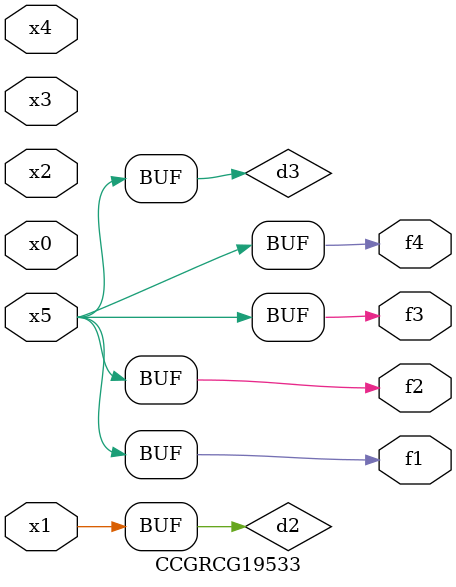
<source format=v>
module CCGRCG19533(
	input x0, x1, x2, x3, x4, x5,
	output f1, f2, f3, f4
);

	wire d1, d2, d3;

	not (d1, x5);
	or (d2, x1);
	xnor (d3, d1);
	assign f1 = d3;
	assign f2 = d3;
	assign f3 = d3;
	assign f4 = d3;
endmodule

</source>
